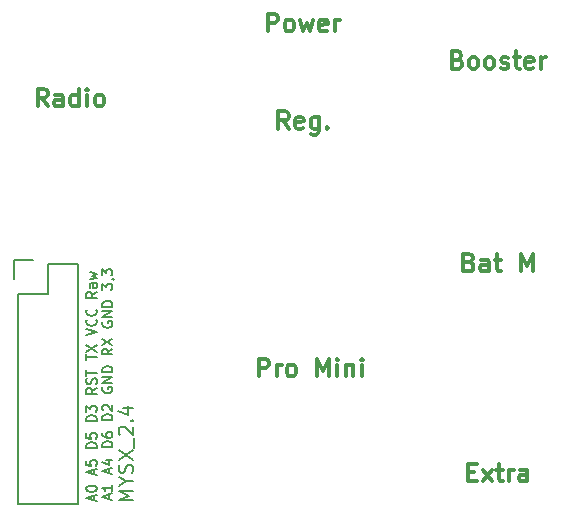
<source format=gbr>
G04 #@! TF.FileFunction,Legend,Top*
%FSLAX46Y46*%
G04 Gerber Fmt 4.6, Leading zero omitted, Abs format (unit mm)*
G04 Created by KiCad (PCBNEW 4.0.4-stable) date 02/17/18 19:56:29*
%MOMM*%
%LPD*%
G01*
G04 APERTURE LIST*
%ADD10C,0.100000*%
%ADD11C,0.300000*%
%ADD12C,0.200000*%
%ADD13C,0.175000*%
%ADD14C,0.150000*%
G04 APERTURE END LIST*
D10*
D11*
X165517143Y-69742857D02*
X165731429Y-69814286D01*
X165802857Y-69885714D01*
X165874286Y-70028571D01*
X165874286Y-70242857D01*
X165802857Y-70385714D01*
X165731429Y-70457143D01*
X165588571Y-70528571D01*
X165017143Y-70528571D01*
X165017143Y-69028571D01*
X165517143Y-69028571D01*
X165660000Y-69100000D01*
X165731429Y-69171429D01*
X165802857Y-69314286D01*
X165802857Y-69457143D01*
X165731429Y-69600000D01*
X165660000Y-69671429D01*
X165517143Y-69742857D01*
X165017143Y-69742857D01*
X166731429Y-70528571D02*
X166588571Y-70457143D01*
X166517143Y-70385714D01*
X166445714Y-70242857D01*
X166445714Y-69814286D01*
X166517143Y-69671429D01*
X166588571Y-69600000D01*
X166731429Y-69528571D01*
X166945714Y-69528571D01*
X167088571Y-69600000D01*
X167160000Y-69671429D01*
X167231429Y-69814286D01*
X167231429Y-70242857D01*
X167160000Y-70385714D01*
X167088571Y-70457143D01*
X166945714Y-70528571D01*
X166731429Y-70528571D01*
X168088572Y-70528571D02*
X167945714Y-70457143D01*
X167874286Y-70385714D01*
X167802857Y-70242857D01*
X167802857Y-69814286D01*
X167874286Y-69671429D01*
X167945714Y-69600000D01*
X168088572Y-69528571D01*
X168302857Y-69528571D01*
X168445714Y-69600000D01*
X168517143Y-69671429D01*
X168588572Y-69814286D01*
X168588572Y-70242857D01*
X168517143Y-70385714D01*
X168445714Y-70457143D01*
X168302857Y-70528571D01*
X168088572Y-70528571D01*
X169160000Y-70457143D02*
X169302857Y-70528571D01*
X169588572Y-70528571D01*
X169731429Y-70457143D01*
X169802857Y-70314286D01*
X169802857Y-70242857D01*
X169731429Y-70100000D01*
X169588572Y-70028571D01*
X169374286Y-70028571D01*
X169231429Y-69957143D01*
X169160000Y-69814286D01*
X169160000Y-69742857D01*
X169231429Y-69600000D01*
X169374286Y-69528571D01*
X169588572Y-69528571D01*
X169731429Y-69600000D01*
X170231429Y-69528571D02*
X170802858Y-69528571D01*
X170445715Y-69028571D02*
X170445715Y-70314286D01*
X170517143Y-70457143D01*
X170660001Y-70528571D01*
X170802858Y-70528571D01*
X171874286Y-70457143D02*
X171731429Y-70528571D01*
X171445715Y-70528571D01*
X171302858Y-70457143D01*
X171231429Y-70314286D01*
X171231429Y-69742857D01*
X171302858Y-69600000D01*
X171445715Y-69528571D01*
X171731429Y-69528571D01*
X171874286Y-69600000D01*
X171945715Y-69742857D01*
X171945715Y-69885714D01*
X171231429Y-70028571D01*
X172588572Y-70528571D02*
X172588572Y-69528571D01*
X172588572Y-69814286D02*
X172660000Y-69671429D01*
X172731429Y-69600000D01*
X172874286Y-69528571D01*
X173017143Y-69528571D01*
X166481429Y-86887857D02*
X166695715Y-86959286D01*
X166767143Y-87030714D01*
X166838572Y-87173571D01*
X166838572Y-87387857D01*
X166767143Y-87530714D01*
X166695715Y-87602143D01*
X166552857Y-87673571D01*
X165981429Y-87673571D01*
X165981429Y-86173571D01*
X166481429Y-86173571D01*
X166624286Y-86245000D01*
X166695715Y-86316429D01*
X166767143Y-86459286D01*
X166767143Y-86602143D01*
X166695715Y-86745000D01*
X166624286Y-86816429D01*
X166481429Y-86887857D01*
X165981429Y-86887857D01*
X168124286Y-87673571D02*
X168124286Y-86887857D01*
X168052857Y-86745000D01*
X167910000Y-86673571D01*
X167624286Y-86673571D01*
X167481429Y-86745000D01*
X168124286Y-87602143D02*
X167981429Y-87673571D01*
X167624286Y-87673571D01*
X167481429Y-87602143D01*
X167410000Y-87459286D01*
X167410000Y-87316429D01*
X167481429Y-87173571D01*
X167624286Y-87102143D01*
X167981429Y-87102143D01*
X168124286Y-87030714D01*
X168624286Y-86673571D02*
X169195715Y-86673571D01*
X168838572Y-86173571D02*
X168838572Y-87459286D01*
X168910000Y-87602143D01*
X169052858Y-87673571D01*
X169195715Y-87673571D01*
X170838572Y-87673571D02*
X170838572Y-86173571D01*
X171338572Y-87245000D01*
X171838572Y-86173571D01*
X171838572Y-87673571D01*
X166410000Y-104667857D02*
X166910000Y-104667857D01*
X167124286Y-105453571D02*
X166410000Y-105453571D01*
X166410000Y-103953571D01*
X167124286Y-103953571D01*
X167624286Y-105453571D02*
X168410000Y-104453571D01*
X167624286Y-104453571D02*
X168410000Y-105453571D01*
X168767143Y-104453571D02*
X169338572Y-104453571D01*
X168981429Y-103953571D02*
X168981429Y-105239286D01*
X169052857Y-105382143D01*
X169195715Y-105453571D01*
X169338572Y-105453571D01*
X169838572Y-105453571D02*
X169838572Y-104453571D01*
X169838572Y-104739286D02*
X169910000Y-104596429D01*
X169981429Y-104525000D01*
X170124286Y-104453571D01*
X170267143Y-104453571D01*
X171410000Y-105453571D02*
X171410000Y-104667857D01*
X171338571Y-104525000D01*
X171195714Y-104453571D01*
X170910000Y-104453571D01*
X170767143Y-104525000D01*
X171410000Y-105382143D02*
X171267143Y-105453571D01*
X170910000Y-105453571D01*
X170767143Y-105382143D01*
X170695714Y-105239286D01*
X170695714Y-105096429D01*
X170767143Y-104953571D01*
X170910000Y-104882143D01*
X171267143Y-104882143D01*
X171410000Y-104810714D01*
X148677857Y-96563571D02*
X148677857Y-95063571D01*
X149249285Y-95063571D01*
X149392143Y-95135000D01*
X149463571Y-95206429D01*
X149535000Y-95349286D01*
X149535000Y-95563571D01*
X149463571Y-95706429D01*
X149392143Y-95777857D01*
X149249285Y-95849286D01*
X148677857Y-95849286D01*
X150177857Y-96563571D02*
X150177857Y-95563571D01*
X150177857Y-95849286D02*
X150249285Y-95706429D01*
X150320714Y-95635000D01*
X150463571Y-95563571D01*
X150606428Y-95563571D01*
X151320714Y-96563571D02*
X151177856Y-96492143D01*
X151106428Y-96420714D01*
X151034999Y-96277857D01*
X151034999Y-95849286D01*
X151106428Y-95706429D01*
X151177856Y-95635000D01*
X151320714Y-95563571D01*
X151534999Y-95563571D01*
X151677856Y-95635000D01*
X151749285Y-95706429D01*
X151820714Y-95849286D01*
X151820714Y-96277857D01*
X151749285Y-96420714D01*
X151677856Y-96492143D01*
X151534999Y-96563571D01*
X151320714Y-96563571D01*
X153606428Y-96563571D02*
X153606428Y-95063571D01*
X154106428Y-96135000D01*
X154606428Y-95063571D01*
X154606428Y-96563571D01*
X155320714Y-96563571D02*
X155320714Y-95563571D01*
X155320714Y-95063571D02*
X155249285Y-95135000D01*
X155320714Y-95206429D01*
X155392142Y-95135000D01*
X155320714Y-95063571D01*
X155320714Y-95206429D01*
X156035000Y-95563571D02*
X156035000Y-96563571D01*
X156035000Y-95706429D02*
X156106428Y-95635000D01*
X156249286Y-95563571D01*
X156463571Y-95563571D01*
X156606428Y-95635000D01*
X156677857Y-95777857D01*
X156677857Y-96563571D01*
X157392143Y-96563571D02*
X157392143Y-95563571D01*
X157392143Y-95063571D02*
X157320714Y-95135000D01*
X157392143Y-95206429D01*
X157463571Y-95135000D01*
X157392143Y-95063571D01*
X157392143Y-95206429D01*
X151185715Y-75608571D02*
X150685715Y-74894286D01*
X150328572Y-75608571D02*
X150328572Y-74108571D01*
X150900000Y-74108571D01*
X151042858Y-74180000D01*
X151114286Y-74251429D01*
X151185715Y-74394286D01*
X151185715Y-74608571D01*
X151114286Y-74751429D01*
X151042858Y-74822857D01*
X150900000Y-74894286D01*
X150328572Y-74894286D01*
X152400000Y-75537143D02*
X152257143Y-75608571D01*
X151971429Y-75608571D01*
X151828572Y-75537143D01*
X151757143Y-75394286D01*
X151757143Y-74822857D01*
X151828572Y-74680000D01*
X151971429Y-74608571D01*
X152257143Y-74608571D01*
X152400000Y-74680000D01*
X152471429Y-74822857D01*
X152471429Y-74965714D01*
X151757143Y-75108571D01*
X153757143Y-74608571D02*
X153757143Y-75822857D01*
X153685714Y-75965714D01*
X153614286Y-76037143D01*
X153471429Y-76108571D01*
X153257143Y-76108571D01*
X153114286Y-76037143D01*
X153757143Y-75537143D02*
X153614286Y-75608571D01*
X153328572Y-75608571D01*
X153185714Y-75537143D01*
X153114286Y-75465714D01*
X153042857Y-75322857D01*
X153042857Y-74894286D01*
X153114286Y-74751429D01*
X153185714Y-74680000D01*
X153328572Y-74608571D01*
X153614286Y-74608571D01*
X153757143Y-74680000D01*
X154471429Y-75465714D02*
X154542857Y-75537143D01*
X154471429Y-75608571D01*
X154400000Y-75537143D01*
X154471429Y-75465714D01*
X154471429Y-75608571D01*
X149435715Y-67353571D02*
X149435715Y-65853571D01*
X150007143Y-65853571D01*
X150150001Y-65925000D01*
X150221429Y-65996429D01*
X150292858Y-66139286D01*
X150292858Y-66353571D01*
X150221429Y-66496429D01*
X150150001Y-66567857D01*
X150007143Y-66639286D01*
X149435715Y-66639286D01*
X151150001Y-67353571D02*
X151007143Y-67282143D01*
X150935715Y-67210714D01*
X150864286Y-67067857D01*
X150864286Y-66639286D01*
X150935715Y-66496429D01*
X151007143Y-66425000D01*
X151150001Y-66353571D01*
X151364286Y-66353571D01*
X151507143Y-66425000D01*
X151578572Y-66496429D01*
X151650001Y-66639286D01*
X151650001Y-67067857D01*
X151578572Y-67210714D01*
X151507143Y-67282143D01*
X151364286Y-67353571D01*
X151150001Y-67353571D01*
X152150001Y-66353571D02*
X152435715Y-67353571D01*
X152721429Y-66639286D01*
X153007144Y-67353571D01*
X153292858Y-66353571D01*
X154435715Y-67282143D02*
X154292858Y-67353571D01*
X154007144Y-67353571D01*
X153864287Y-67282143D01*
X153792858Y-67139286D01*
X153792858Y-66567857D01*
X153864287Y-66425000D01*
X154007144Y-66353571D01*
X154292858Y-66353571D01*
X154435715Y-66425000D01*
X154507144Y-66567857D01*
X154507144Y-66710714D01*
X153792858Y-66853571D01*
X155150001Y-67353571D02*
X155150001Y-66353571D01*
X155150001Y-66639286D02*
X155221429Y-66496429D01*
X155292858Y-66425000D01*
X155435715Y-66353571D01*
X155578572Y-66353571D01*
X130786429Y-73703571D02*
X130286429Y-72989286D01*
X129929286Y-73703571D02*
X129929286Y-72203571D01*
X130500714Y-72203571D01*
X130643572Y-72275000D01*
X130715000Y-72346429D01*
X130786429Y-72489286D01*
X130786429Y-72703571D01*
X130715000Y-72846429D01*
X130643572Y-72917857D01*
X130500714Y-72989286D01*
X129929286Y-72989286D01*
X132072143Y-73703571D02*
X132072143Y-72917857D01*
X132000714Y-72775000D01*
X131857857Y-72703571D01*
X131572143Y-72703571D01*
X131429286Y-72775000D01*
X132072143Y-73632143D02*
X131929286Y-73703571D01*
X131572143Y-73703571D01*
X131429286Y-73632143D01*
X131357857Y-73489286D01*
X131357857Y-73346429D01*
X131429286Y-73203571D01*
X131572143Y-73132143D01*
X131929286Y-73132143D01*
X132072143Y-73060714D01*
X133429286Y-73703571D02*
X133429286Y-72203571D01*
X133429286Y-73632143D02*
X133286429Y-73703571D01*
X133000715Y-73703571D01*
X132857857Y-73632143D01*
X132786429Y-73560714D01*
X132715000Y-73417857D01*
X132715000Y-72989286D01*
X132786429Y-72846429D01*
X132857857Y-72775000D01*
X133000715Y-72703571D01*
X133286429Y-72703571D01*
X133429286Y-72775000D01*
X134143572Y-73703571D02*
X134143572Y-72703571D01*
X134143572Y-72203571D02*
X134072143Y-72275000D01*
X134143572Y-72346429D01*
X134215000Y-72275000D01*
X134143572Y-72203571D01*
X134143572Y-72346429D01*
X135072144Y-73703571D02*
X134929286Y-73632143D01*
X134857858Y-73560714D01*
X134786429Y-73417857D01*
X134786429Y-72989286D01*
X134857858Y-72846429D01*
X134929286Y-72775000D01*
X135072144Y-72703571D01*
X135286429Y-72703571D01*
X135429286Y-72775000D01*
X135500715Y-72846429D01*
X135572144Y-72989286D01*
X135572144Y-73417857D01*
X135500715Y-73560714D01*
X135429286Y-73632143D01*
X135286429Y-73703571D01*
X135072144Y-73703571D01*
D12*
X136021667Y-106964523D02*
X136021667Y-106559761D01*
X136264524Y-107045476D02*
X135414524Y-106762142D01*
X136264524Y-106478809D01*
X136264524Y-105750238D02*
X136264524Y-106235952D01*
X136264524Y-105993095D02*
X135414524Y-105993095D01*
X135535952Y-106074047D01*
X135616905Y-106155000D01*
X135657381Y-106235952D01*
X136021667Y-104778809D02*
X136021667Y-104374047D01*
X136264524Y-104859762D02*
X135414524Y-104576428D01*
X136264524Y-104293095D01*
X135697857Y-103645476D02*
X136264524Y-103645476D01*
X135374048Y-103847857D02*
X135981190Y-104050238D01*
X135981190Y-103524048D01*
X136264524Y-102552619D02*
X135414524Y-102552619D01*
X135414524Y-102350238D01*
X135455000Y-102228810D01*
X135535952Y-102147857D01*
X135616905Y-102107381D01*
X135778810Y-102066905D01*
X135900238Y-102066905D01*
X136062143Y-102107381D01*
X136143095Y-102147857D01*
X136224048Y-102228810D01*
X136264524Y-102350238D01*
X136264524Y-102552619D01*
X135414524Y-101338333D02*
X135414524Y-101500238D01*
X135455000Y-101581190D01*
X135495476Y-101621667D01*
X135616905Y-101702619D01*
X135778810Y-101743095D01*
X136102619Y-101743095D01*
X136183571Y-101702619D01*
X136224048Y-101662143D01*
X136264524Y-101581190D01*
X136264524Y-101419286D01*
X136224048Y-101338333D01*
X136183571Y-101297857D01*
X136102619Y-101257381D01*
X135900238Y-101257381D01*
X135819286Y-101297857D01*
X135778810Y-101338333D01*
X135738333Y-101419286D01*
X135738333Y-101581190D01*
X135778810Y-101662143D01*
X135819286Y-101702619D01*
X135900238Y-101743095D01*
X136264524Y-100245476D02*
X135414524Y-100245476D01*
X135414524Y-100043095D01*
X135455000Y-99921667D01*
X135535952Y-99840714D01*
X135616905Y-99800238D01*
X135778810Y-99759762D01*
X135900238Y-99759762D01*
X136062143Y-99800238D01*
X136143095Y-99840714D01*
X136224048Y-99921667D01*
X136264524Y-100043095D01*
X136264524Y-100245476D01*
X135495476Y-99435952D02*
X135455000Y-99395476D01*
X135414524Y-99314524D01*
X135414524Y-99112143D01*
X135455000Y-99031190D01*
X135495476Y-98990714D01*
X135576429Y-98950238D01*
X135657381Y-98950238D01*
X135778810Y-98990714D01*
X136264524Y-99476428D01*
X136264524Y-98950238D01*
X135455000Y-97493095D02*
X135414524Y-97574047D01*
X135414524Y-97695476D01*
X135455000Y-97816904D01*
X135535952Y-97897857D01*
X135616905Y-97938333D01*
X135778810Y-97978809D01*
X135900238Y-97978809D01*
X136062143Y-97938333D01*
X136143095Y-97897857D01*
X136224048Y-97816904D01*
X136264524Y-97695476D01*
X136264524Y-97614524D01*
X136224048Y-97493095D01*
X136183571Y-97452619D01*
X135900238Y-97452619D01*
X135900238Y-97614524D01*
X136264524Y-97088333D02*
X135414524Y-97088333D01*
X136264524Y-96602619D01*
X135414524Y-96602619D01*
X136264524Y-96197857D02*
X135414524Y-96197857D01*
X135414524Y-95995476D01*
X135455000Y-95874048D01*
X135535952Y-95793095D01*
X135616905Y-95752619D01*
X135778810Y-95712143D01*
X135900238Y-95712143D01*
X136062143Y-95752619D01*
X136143095Y-95793095D01*
X136224048Y-95874048D01*
X136264524Y-95995476D01*
X136264524Y-96197857D01*
X136264524Y-94214524D02*
X135859762Y-94497857D01*
X136264524Y-94700238D02*
X135414524Y-94700238D01*
X135414524Y-94376429D01*
X135455000Y-94295476D01*
X135495476Y-94255000D01*
X135576429Y-94214524D01*
X135697857Y-94214524D01*
X135778810Y-94255000D01*
X135819286Y-94295476D01*
X135859762Y-94376429D01*
X135859762Y-94700238D01*
X135414524Y-93931190D02*
X136264524Y-93364524D01*
X135414524Y-93364524D02*
X136264524Y-93931190D01*
X135455000Y-91947857D02*
X135414524Y-92028809D01*
X135414524Y-92150238D01*
X135455000Y-92271666D01*
X135535952Y-92352619D01*
X135616905Y-92393095D01*
X135778810Y-92433571D01*
X135900238Y-92433571D01*
X136062143Y-92393095D01*
X136143095Y-92352619D01*
X136224048Y-92271666D01*
X136264524Y-92150238D01*
X136264524Y-92069286D01*
X136224048Y-91947857D01*
X136183571Y-91907381D01*
X135900238Y-91907381D01*
X135900238Y-92069286D01*
X136264524Y-91543095D02*
X135414524Y-91543095D01*
X136264524Y-91057381D01*
X135414524Y-91057381D01*
X136264524Y-90652619D02*
X135414524Y-90652619D01*
X135414524Y-90450238D01*
X135455000Y-90328810D01*
X135535952Y-90247857D01*
X135616905Y-90207381D01*
X135778810Y-90166905D01*
X135900238Y-90166905D01*
X136062143Y-90207381D01*
X136143095Y-90247857D01*
X136224048Y-90328810D01*
X136264524Y-90450238D01*
X136264524Y-90652619D01*
X135414524Y-89235952D02*
X135414524Y-88709762D01*
X135738333Y-88993095D01*
X135738333Y-88871667D01*
X135778810Y-88790714D01*
X135819286Y-88750238D01*
X135900238Y-88709762D01*
X136102619Y-88709762D01*
X136183571Y-88750238D01*
X136224048Y-88790714D01*
X136264524Y-88871667D01*
X136264524Y-89114524D01*
X136224048Y-89195476D01*
X136183571Y-89235952D01*
X136224048Y-88305000D02*
X136264524Y-88305000D01*
X136345476Y-88345476D01*
X136385952Y-88385952D01*
X135414524Y-88021666D02*
X135414524Y-87495476D01*
X135738333Y-87778809D01*
X135738333Y-87657381D01*
X135778810Y-87576428D01*
X135819286Y-87535952D01*
X135900238Y-87495476D01*
X136102619Y-87495476D01*
X136183571Y-87535952D01*
X136224048Y-87576428D01*
X136264524Y-87657381D01*
X136264524Y-87900238D01*
X136224048Y-87981190D01*
X136183571Y-88021666D01*
D13*
X134681667Y-107053571D02*
X134681667Y-106648809D01*
X134924524Y-107134524D02*
X134074524Y-106851190D01*
X134924524Y-106567857D01*
X134074524Y-106122619D02*
X134074524Y-106041667D01*
X134115000Y-105960715D01*
X134155476Y-105920238D01*
X134236429Y-105879762D01*
X134398333Y-105839286D01*
X134600714Y-105839286D01*
X134762619Y-105879762D01*
X134843571Y-105920238D01*
X134884048Y-105960715D01*
X134924524Y-106041667D01*
X134924524Y-106122619D01*
X134884048Y-106203572D01*
X134843571Y-106244048D01*
X134762619Y-106284524D01*
X134600714Y-106325000D01*
X134398333Y-106325000D01*
X134236429Y-106284524D01*
X134155476Y-106244048D01*
X134115000Y-106203572D01*
X134074524Y-106122619D01*
X134681667Y-104867857D02*
X134681667Y-104463095D01*
X134924524Y-104948810D02*
X134074524Y-104665476D01*
X134924524Y-104382143D01*
X134074524Y-103694048D02*
X134074524Y-104098810D01*
X134479286Y-104139286D01*
X134438810Y-104098810D01*
X134398333Y-104017858D01*
X134398333Y-103815477D01*
X134438810Y-103734524D01*
X134479286Y-103694048D01*
X134560238Y-103653572D01*
X134762619Y-103653572D01*
X134843571Y-103694048D01*
X134884048Y-103734524D01*
X134924524Y-103815477D01*
X134924524Y-104017858D01*
X134884048Y-104098810D01*
X134843571Y-104139286D01*
X134924524Y-102641667D02*
X134074524Y-102641667D01*
X134074524Y-102439286D01*
X134115000Y-102317858D01*
X134195952Y-102236905D01*
X134276905Y-102196429D01*
X134438810Y-102155953D01*
X134560238Y-102155953D01*
X134722143Y-102196429D01*
X134803095Y-102236905D01*
X134884048Y-102317858D01*
X134924524Y-102439286D01*
X134924524Y-102641667D01*
X134074524Y-101386905D02*
X134074524Y-101791667D01*
X134479286Y-101832143D01*
X134438810Y-101791667D01*
X134398333Y-101710715D01*
X134398333Y-101508334D01*
X134438810Y-101427381D01*
X134479286Y-101386905D01*
X134560238Y-101346429D01*
X134762619Y-101346429D01*
X134843571Y-101386905D01*
X134884048Y-101427381D01*
X134924524Y-101508334D01*
X134924524Y-101710715D01*
X134884048Y-101791667D01*
X134843571Y-101832143D01*
X134924524Y-100334524D02*
X134074524Y-100334524D01*
X134074524Y-100132143D01*
X134115000Y-100010715D01*
X134195952Y-99929762D01*
X134276905Y-99889286D01*
X134438810Y-99848810D01*
X134560238Y-99848810D01*
X134722143Y-99889286D01*
X134803095Y-99929762D01*
X134884048Y-100010715D01*
X134924524Y-100132143D01*
X134924524Y-100334524D01*
X134074524Y-99565476D02*
X134074524Y-99039286D01*
X134398333Y-99322619D01*
X134398333Y-99201191D01*
X134438810Y-99120238D01*
X134479286Y-99079762D01*
X134560238Y-99039286D01*
X134762619Y-99039286D01*
X134843571Y-99079762D01*
X134884048Y-99120238D01*
X134924524Y-99201191D01*
X134924524Y-99444048D01*
X134884048Y-99525000D01*
X134843571Y-99565476D01*
X134924524Y-97541667D02*
X134519762Y-97825000D01*
X134924524Y-98027381D02*
X134074524Y-98027381D01*
X134074524Y-97703572D01*
X134115000Y-97622619D01*
X134155476Y-97582143D01*
X134236429Y-97541667D01*
X134357857Y-97541667D01*
X134438810Y-97582143D01*
X134479286Y-97622619D01*
X134519762Y-97703572D01*
X134519762Y-98027381D01*
X134884048Y-97217857D02*
X134924524Y-97096429D01*
X134924524Y-96894048D01*
X134884048Y-96813095D01*
X134843571Y-96772619D01*
X134762619Y-96732143D01*
X134681667Y-96732143D01*
X134600714Y-96772619D01*
X134560238Y-96813095D01*
X134519762Y-96894048D01*
X134479286Y-97055952D01*
X134438810Y-97136905D01*
X134398333Y-97177381D01*
X134317381Y-97217857D01*
X134236429Y-97217857D01*
X134155476Y-97177381D01*
X134115000Y-97136905D01*
X134074524Y-97055952D01*
X134074524Y-96853572D01*
X134115000Y-96732143D01*
X134074524Y-96489286D02*
X134074524Y-96003571D01*
X134924524Y-96246428D02*
X134074524Y-96246428D01*
X134074524Y-95194048D02*
X134074524Y-94708333D01*
X134924524Y-94951190D02*
X134074524Y-94951190D01*
X134074524Y-94505952D02*
X134924524Y-93939286D01*
X134074524Y-93939286D02*
X134924524Y-94505952D01*
X134074524Y-93089286D02*
X134924524Y-92805952D01*
X134074524Y-92522619D01*
X134843571Y-91753572D02*
X134884048Y-91794048D01*
X134924524Y-91915477D01*
X134924524Y-91996429D01*
X134884048Y-92117857D01*
X134803095Y-92198810D01*
X134722143Y-92239286D01*
X134560238Y-92279762D01*
X134438810Y-92279762D01*
X134276905Y-92239286D01*
X134195952Y-92198810D01*
X134115000Y-92117857D01*
X134074524Y-91996429D01*
X134074524Y-91915477D01*
X134115000Y-91794048D01*
X134155476Y-91753572D01*
X134843571Y-90903572D02*
X134884048Y-90944048D01*
X134924524Y-91065477D01*
X134924524Y-91146429D01*
X134884048Y-91267857D01*
X134803095Y-91348810D01*
X134722143Y-91389286D01*
X134560238Y-91429762D01*
X134438810Y-91429762D01*
X134276905Y-91389286D01*
X134195952Y-91348810D01*
X134115000Y-91267857D01*
X134074524Y-91146429D01*
X134074524Y-91065477D01*
X134115000Y-90944048D01*
X134155476Y-90903572D01*
X134924524Y-89405953D02*
X134519762Y-89689286D01*
X134924524Y-89891667D02*
X134074524Y-89891667D01*
X134074524Y-89567858D01*
X134115000Y-89486905D01*
X134155476Y-89446429D01*
X134236429Y-89405953D01*
X134357857Y-89405953D01*
X134438810Y-89446429D01*
X134479286Y-89486905D01*
X134519762Y-89567858D01*
X134519762Y-89891667D01*
X134924524Y-88677381D02*
X134479286Y-88677381D01*
X134398333Y-88717858D01*
X134357857Y-88798810D01*
X134357857Y-88960715D01*
X134398333Y-89041667D01*
X134884048Y-88677381D02*
X134924524Y-88758334D01*
X134924524Y-88960715D01*
X134884048Y-89041667D01*
X134803095Y-89082143D01*
X134722143Y-89082143D01*
X134641190Y-89041667D01*
X134600714Y-88960715D01*
X134600714Y-88758334D01*
X134560238Y-88677381D01*
X134357857Y-88353571D02*
X134924524Y-88191667D01*
X134519762Y-88029762D01*
X134924524Y-87867857D01*
X134357857Y-87705952D01*
D14*
X128240000Y-89570000D02*
X128240000Y-107350000D01*
X128240000Y-107350000D02*
X133320000Y-107350000D01*
X133320000Y-107350000D02*
X133320000Y-87030000D01*
X133320000Y-87030000D02*
X130780000Y-87030000D01*
X129510000Y-86750000D02*
X127960000Y-86750000D01*
X130780000Y-87030000D02*
X130780000Y-89570000D01*
X130780000Y-89570000D02*
X128240000Y-89570000D01*
X127960000Y-86750000D02*
X127960000Y-88300000D01*
X137992857Y-107052857D02*
X136792857Y-107052857D01*
X137650000Y-106652857D01*
X136792857Y-106252857D01*
X137992857Y-106252857D01*
X137421429Y-105452856D02*
X137992857Y-105452856D01*
X136792857Y-105852856D02*
X137421429Y-105452856D01*
X136792857Y-105052856D01*
X137935714Y-104710000D02*
X137992857Y-104538571D01*
X137992857Y-104252857D01*
X137935714Y-104138571D01*
X137878571Y-104081428D01*
X137764286Y-104024285D01*
X137650000Y-104024285D01*
X137535714Y-104081428D01*
X137478571Y-104138571D01*
X137421429Y-104252857D01*
X137364286Y-104481428D01*
X137307143Y-104595714D01*
X137250000Y-104652857D01*
X137135714Y-104710000D01*
X137021429Y-104710000D01*
X136907143Y-104652857D01*
X136850000Y-104595714D01*
X136792857Y-104481428D01*
X136792857Y-104195714D01*
X136850000Y-104024285D01*
X136792857Y-103624285D02*
X137992857Y-102824285D01*
X136792857Y-102824285D02*
X137992857Y-103624285D01*
X138107143Y-102652857D02*
X138107143Y-101738571D01*
X136907143Y-101510000D02*
X136850000Y-101452857D01*
X136792857Y-101338571D01*
X136792857Y-101052857D01*
X136850000Y-100938571D01*
X136907143Y-100881428D01*
X137021429Y-100824285D01*
X137135714Y-100824285D01*
X137307143Y-100881428D01*
X137992857Y-101567142D01*
X137992857Y-100824285D01*
X137878571Y-100310000D02*
X137935714Y-100252857D01*
X137992857Y-100310000D01*
X137935714Y-100367143D01*
X137878571Y-100310000D01*
X137992857Y-100310000D01*
X137192857Y-99224285D02*
X137992857Y-99224285D01*
X136735714Y-99509999D02*
X137592857Y-99795714D01*
X137592857Y-99052856D01*
M02*

</source>
